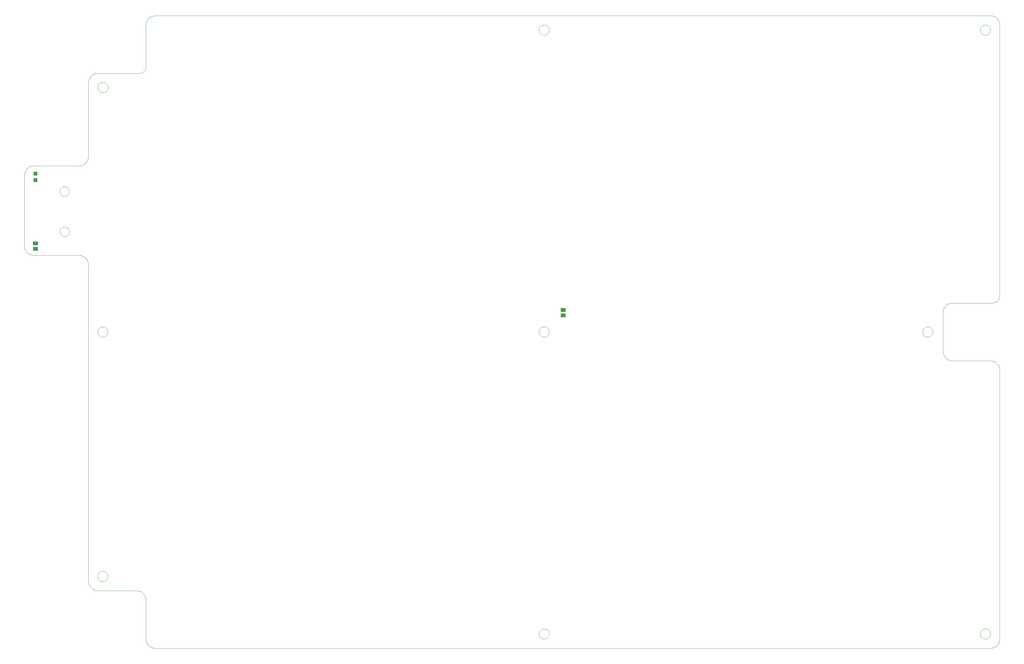
<source format=gbp>
G75*
%MOIN*%
%OFA0B0*%
%FSLAX24Y24*%
%IPPOS*%
%LPD*%
%AMOC8*
5,1,8,0,0,1.08239X$1,22.5*
%
%ADD10C,0.0000*%
%ADD11R,0.0472X0.0472*%
%ADD12R,0.0591X0.0512*%
D10*
X012470Y011579D02*
X017193Y011579D01*
X017193Y011578D02*
X017259Y011576D01*
X017325Y011571D01*
X017391Y011561D01*
X017456Y011548D01*
X017520Y011532D01*
X017583Y011512D01*
X017645Y011488D01*
X017705Y011461D01*
X017764Y011431D01*
X017821Y011397D01*
X017876Y011360D01*
X017929Y011320D01*
X017980Y011278D01*
X018028Y011232D01*
X018074Y011184D01*
X018116Y011133D01*
X018156Y011080D01*
X018193Y011025D01*
X018227Y010968D01*
X018257Y010909D01*
X018284Y010849D01*
X018308Y010787D01*
X018328Y010724D01*
X018344Y010660D01*
X018357Y010595D01*
X018367Y010529D01*
X018372Y010463D01*
X018374Y010397D01*
X018374Y005674D01*
X018375Y005674D02*
X018377Y005608D01*
X018382Y005542D01*
X018392Y005476D01*
X018405Y005411D01*
X018421Y005347D01*
X018441Y005284D01*
X018465Y005222D01*
X018492Y005162D01*
X018522Y005103D01*
X018556Y005046D01*
X018593Y004991D01*
X018633Y004938D01*
X018675Y004887D01*
X018721Y004839D01*
X018769Y004793D01*
X018820Y004751D01*
X018873Y004711D01*
X018928Y004674D01*
X018985Y004640D01*
X019044Y004610D01*
X019104Y004583D01*
X019166Y004559D01*
X019229Y004539D01*
X019293Y004523D01*
X019358Y004510D01*
X019424Y004500D01*
X019490Y004495D01*
X019556Y004493D01*
X122312Y004493D01*
X122378Y004495D01*
X122444Y004500D01*
X122510Y004510D01*
X122575Y004523D01*
X122639Y004539D01*
X122702Y004559D01*
X122764Y004583D01*
X122824Y004610D01*
X122883Y004640D01*
X122940Y004674D01*
X122995Y004711D01*
X123048Y004751D01*
X123099Y004793D01*
X123147Y004839D01*
X123193Y004887D01*
X123235Y004938D01*
X123275Y004991D01*
X123312Y005046D01*
X123346Y005103D01*
X123376Y005162D01*
X123403Y005222D01*
X123427Y005284D01*
X123447Y005347D01*
X123463Y005411D01*
X123476Y005476D01*
X123486Y005542D01*
X123491Y005608D01*
X123493Y005674D01*
X123493Y038745D01*
X123491Y038811D01*
X123486Y038877D01*
X123476Y038943D01*
X123463Y039008D01*
X123447Y039072D01*
X123427Y039135D01*
X123403Y039197D01*
X123376Y039257D01*
X123346Y039316D01*
X123312Y039373D01*
X123275Y039428D01*
X123235Y039481D01*
X123193Y039532D01*
X123147Y039580D01*
X123099Y039626D01*
X123048Y039668D01*
X122995Y039708D01*
X122940Y039745D01*
X122883Y039779D01*
X122824Y039809D01*
X122764Y039836D01*
X122702Y039860D01*
X122639Y039880D01*
X122575Y039896D01*
X122510Y039909D01*
X122444Y039919D01*
X122378Y039924D01*
X122312Y039926D01*
X117588Y039926D01*
X117523Y039931D01*
X117458Y039940D01*
X117394Y039953D01*
X117331Y039970D01*
X117269Y039990D01*
X117208Y040014D01*
X117149Y040041D01*
X117091Y040072D01*
X117035Y040106D01*
X116982Y040143D01*
X116930Y040183D01*
X116881Y040227D01*
X116835Y040273D01*
X116791Y040321D01*
X116750Y040372D01*
X116713Y040425D01*
X116678Y040481D01*
X116647Y040538D01*
X116619Y040597D01*
X116595Y040658D01*
X116574Y040720D01*
X116557Y040783D01*
X116543Y040847D01*
X116533Y040911D01*
X116527Y040976D01*
X116525Y041042D01*
X116527Y041107D01*
X116527Y045832D01*
X116525Y045897D01*
X116527Y045963D01*
X116533Y046028D01*
X116543Y046092D01*
X116557Y046156D01*
X116574Y046219D01*
X116595Y046281D01*
X116619Y046342D01*
X116647Y046401D01*
X116678Y046458D01*
X116713Y046514D01*
X116750Y046567D01*
X116791Y046618D01*
X116835Y046666D01*
X116881Y046712D01*
X116930Y046756D01*
X116982Y046796D01*
X117035Y046833D01*
X117091Y046867D01*
X117149Y046898D01*
X117208Y046925D01*
X117269Y046949D01*
X117331Y046969D01*
X117394Y046986D01*
X117458Y046999D01*
X117523Y047008D01*
X117588Y047013D01*
X122509Y047013D01*
X122571Y047015D01*
X122632Y047021D01*
X122693Y047030D01*
X122754Y047044D01*
X122813Y047061D01*
X122871Y047082D01*
X122928Y047107D01*
X122983Y047135D01*
X123036Y047166D01*
X123087Y047201D01*
X123136Y047239D01*
X123183Y047280D01*
X123226Y047323D01*
X123267Y047370D01*
X123305Y047419D01*
X123340Y047470D01*
X123371Y047523D01*
X123399Y047578D01*
X123424Y047635D01*
X123445Y047693D01*
X123462Y047752D01*
X123476Y047813D01*
X123485Y047874D01*
X123491Y047935D01*
X123493Y047997D01*
X123490Y047879D02*
X123490Y081263D01*
X123493Y081265D02*
X123491Y081331D01*
X123486Y081397D01*
X123476Y081463D01*
X123463Y081528D01*
X123447Y081592D01*
X123427Y081655D01*
X123403Y081717D01*
X123376Y081777D01*
X123346Y081836D01*
X123312Y081893D01*
X123275Y081948D01*
X123235Y082001D01*
X123193Y082052D01*
X123147Y082100D01*
X123099Y082146D01*
X123048Y082188D01*
X122995Y082228D01*
X122940Y082265D01*
X122883Y082299D01*
X122824Y082329D01*
X122764Y082356D01*
X122702Y082380D01*
X122639Y082400D01*
X122575Y082416D01*
X122510Y082429D01*
X122444Y082439D01*
X122378Y082444D01*
X122312Y082446D01*
X019556Y082446D01*
X019555Y082444D02*
X019489Y082442D01*
X019423Y082437D01*
X019357Y082427D01*
X019292Y082414D01*
X019228Y082398D01*
X019165Y082378D01*
X019103Y082354D01*
X019043Y082327D01*
X018984Y082297D01*
X018927Y082263D01*
X018872Y082226D01*
X018819Y082186D01*
X018768Y082144D01*
X018720Y082098D01*
X018674Y082050D01*
X018632Y081999D01*
X018592Y081946D01*
X018555Y081891D01*
X018521Y081834D01*
X018491Y081775D01*
X018464Y081715D01*
X018440Y081653D01*
X018420Y081590D01*
X018404Y081526D01*
X018391Y081461D01*
X018381Y081395D01*
X018376Y081329D01*
X018374Y081263D01*
X018374Y076579D01*
X018375Y076737D02*
X018375Y076147D01*
X018373Y076093D01*
X018368Y076040D01*
X018359Y075987D01*
X018346Y075935D01*
X018330Y075883D01*
X018310Y075833D01*
X018287Y075785D01*
X018260Y075738D01*
X018231Y075693D01*
X018198Y075650D01*
X018163Y075610D01*
X018125Y075572D01*
X018085Y075537D01*
X018042Y075504D01*
X017997Y075475D01*
X017950Y075448D01*
X017902Y075425D01*
X017852Y075405D01*
X017800Y075389D01*
X017748Y075376D01*
X017695Y075367D01*
X017642Y075362D01*
X017588Y075360D01*
X017588Y075359D02*
X012470Y075359D01*
X012404Y075357D01*
X012338Y075352D01*
X012272Y075342D01*
X012207Y075329D01*
X012143Y075313D01*
X012080Y075293D01*
X012018Y075269D01*
X011958Y075242D01*
X011899Y075212D01*
X011842Y075178D01*
X011787Y075141D01*
X011734Y075101D01*
X011683Y075059D01*
X011635Y075013D01*
X011589Y074965D01*
X011547Y074914D01*
X011507Y074861D01*
X011470Y074806D01*
X011436Y074749D01*
X011406Y074690D01*
X011379Y074630D01*
X011355Y074568D01*
X011335Y074505D01*
X011319Y074441D01*
X011306Y074376D01*
X011296Y074310D01*
X011291Y074244D01*
X011289Y074178D01*
X011289Y065123D01*
X011288Y065123D02*
X011286Y065057D01*
X011281Y064991D01*
X011271Y064925D01*
X011258Y064860D01*
X011242Y064796D01*
X011222Y064733D01*
X011198Y064671D01*
X011171Y064611D01*
X011141Y064552D01*
X011107Y064495D01*
X011070Y064440D01*
X011030Y064387D01*
X010988Y064336D01*
X010942Y064288D01*
X010894Y064242D01*
X010843Y064200D01*
X010790Y064160D01*
X010735Y064123D01*
X010678Y064089D01*
X010619Y064059D01*
X010559Y064032D01*
X010497Y064008D01*
X010434Y063988D01*
X010370Y063972D01*
X010305Y063959D01*
X010239Y063949D01*
X010173Y063944D01*
X010107Y063942D01*
X004596Y063942D01*
X004530Y063940D01*
X004464Y063935D01*
X004398Y063925D01*
X004333Y063912D01*
X004269Y063896D01*
X004206Y063876D01*
X004144Y063852D01*
X004084Y063825D01*
X004025Y063795D01*
X003968Y063761D01*
X003913Y063724D01*
X003860Y063684D01*
X003809Y063642D01*
X003761Y063596D01*
X003715Y063548D01*
X003673Y063497D01*
X003633Y063444D01*
X003596Y063389D01*
X003562Y063332D01*
X003532Y063273D01*
X003505Y063213D01*
X003481Y063151D01*
X003461Y063088D01*
X003445Y063024D01*
X003432Y062959D01*
X003422Y062893D01*
X003417Y062827D01*
X003415Y062761D01*
X003415Y054100D01*
X003417Y054034D01*
X003422Y053968D01*
X003432Y053902D01*
X003445Y053837D01*
X003461Y053773D01*
X003481Y053710D01*
X003505Y053648D01*
X003532Y053588D01*
X003562Y053529D01*
X003596Y053472D01*
X003633Y053417D01*
X003673Y053364D01*
X003715Y053313D01*
X003761Y053265D01*
X003809Y053219D01*
X003860Y053177D01*
X003913Y053137D01*
X003968Y053100D01*
X004025Y053066D01*
X004084Y053036D01*
X004144Y053009D01*
X004206Y052985D01*
X004269Y052965D01*
X004333Y052949D01*
X004398Y052936D01*
X004464Y052926D01*
X004530Y052921D01*
X004596Y052919D01*
X010107Y052919D01*
X010107Y052918D02*
X010173Y052916D01*
X010239Y052911D01*
X010305Y052901D01*
X010370Y052888D01*
X010434Y052872D01*
X010497Y052852D01*
X010559Y052828D01*
X010619Y052801D01*
X010678Y052771D01*
X010735Y052737D01*
X010790Y052700D01*
X010843Y052660D01*
X010894Y052618D01*
X010942Y052572D01*
X010988Y052524D01*
X011030Y052473D01*
X011070Y052420D01*
X011107Y052365D01*
X011141Y052308D01*
X011171Y052249D01*
X011198Y052189D01*
X011222Y052127D01*
X011242Y052064D01*
X011258Y052000D01*
X011271Y051935D01*
X011281Y051869D01*
X011286Y051803D01*
X011288Y051737D01*
X011289Y051737D02*
X011289Y012760D01*
X011291Y012694D01*
X011296Y012628D01*
X011306Y012562D01*
X011319Y012497D01*
X011335Y012433D01*
X011355Y012370D01*
X011379Y012308D01*
X011406Y012248D01*
X011436Y012189D01*
X011470Y012132D01*
X011507Y012077D01*
X011547Y012024D01*
X011589Y011973D01*
X011635Y011925D01*
X011683Y011879D01*
X011734Y011837D01*
X011787Y011797D01*
X011842Y011760D01*
X011899Y011726D01*
X011958Y011696D01*
X012018Y011669D01*
X012080Y011645D01*
X012143Y011625D01*
X012207Y011609D01*
X012272Y011596D01*
X012338Y011586D01*
X012404Y011581D01*
X012470Y011579D01*
X012430Y013352D02*
X012432Y013402D01*
X012438Y013452D01*
X012448Y013501D01*
X012462Y013549D01*
X012479Y013596D01*
X012500Y013641D01*
X012525Y013685D01*
X012553Y013726D01*
X012585Y013765D01*
X012619Y013802D01*
X012656Y013836D01*
X012696Y013866D01*
X012738Y013893D01*
X012782Y013917D01*
X012828Y013938D01*
X012875Y013954D01*
X012923Y013967D01*
X012973Y013976D01*
X013022Y013981D01*
X013073Y013982D01*
X013123Y013979D01*
X013172Y013972D01*
X013221Y013961D01*
X013269Y013946D01*
X013315Y013928D01*
X013360Y013906D01*
X013403Y013880D01*
X013444Y013851D01*
X013483Y013819D01*
X013519Y013784D01*
X013551Y013746D01*
X013581Y013706D01*
X013608Y013663D01*
X013631Y013619D01*
X013650Y013573D01*
X013666Y013525D01*
X013678Y013476D01*
X013686Y013427D01*
X013690Y013377D01*
X013690Y013327D01*
X013686Y013277D01*
X013678Y013228D01*
X013666Y013179D01*
X013650Y013131D01*
X013631Y013085D01*
X013608Y013041D01*
X013581Y012998D01*
X013551Y012958D01*
X013519Y012920D01*
X013483Y012885D01*
X013444Y012853D01*
X013403Y012824D01*
X013360Y012798D01*
X013315Y012776D01*
X013269Y012758D01*
X013221Y012743D01*
X013172Y012732D01*
X013123Y012725D01*
X013073Y012722D01*
X013022Y012723D01*
X012973Y012728D01*
X012923Y012737D01*
X012875Y012750D01*
X012828Y012766D01*
X012782Y012787D01*
X012738Y012811D01*
X012696Y012838D01*
X012656Y012868D01*
X012619Y012902D01*
X012585Y012939D01*
X012553Y012978D01*
X012525Y013019D01*
X012500Y013063D01*
X012479Y013108D01*
X012462Y013155D01*
X012448Y013203D01*
X012438Y013252D01*
X012432Y013302D01*
X012430Y013352D01*
X012430Y043470D02*
X012432Y043520D01*
X012438Y043570D01*
X012448Y043619D01*
X012462Y043667D01*
X012479Y043714D01*
X012500Y043759D01*
X012525Y043803D01*
X012553Y043844D01*
X012585Y043883D01*
X012619Y043920D01*
X012656Y043954D01*
X012696Y043984D01*
X012738Y044011D01*
X012782Y044035D01*
X012828Y044056D01*
X012875Y044072D01*
X012923Y044085D01*
X012973Y044094D01*
X013022Y044099D01*
X013073Y044100D01*
X013123Y044097D01*
X013172Y044090D01*
X013221Y044079D01*
X013269Y044064D01*
X013315Y044046D01*
X013360Y044024D01*
X013403Y043998D01*
X013444Y043969D01*
X013483Y043937D01*
X013519Y043902D01*
X013551Y043864D01*
X013581Y043824D01*
X013608Y043781D01*
X013631Y043737D01*
X013650Y043691D01*
X013666Y043643D01*
X013678Y043594D01*
X013686Y043545D01*
X013690Y043495D01*
X013690Y043445D01*
X013686Y043395D01*
X013678Y043346D01*
X013666Y043297D01*
X013650Y043249D01*
X013631Y043203D01*
X013608Y043159D01*
X013581Y043116D01*
X013551Y043076D01*
X013519Y043038D01*
X013483Y043003D01*
X013444Y042971D01*
X013403Y042942D01*
X013360Y042916D01*
X013315Y042894D01*
X013269Y042876D01*
X013221Y042861D01*
X013172Y042850D01*
X013123Y042843D01*
X013073Y042840D01*
X013022Y042841D01*
X012973Y042846D01*
X012923Y042855D01*
X012875Y042868D01*
X012828Y042884D01*
X012782Y042905D01*
X012738Y042929D01*
X012696Y042956D01*
X012656Y042986D01*
X012619Y043020D01*
X012585Y043057D01*
X012553Y043096D01*
X012525Y043137D01*
X012500Y043181D01*
X012479Y043226D01*
X012462Y043273D01*
X012448Y043321D01*
X012438Y043370D01*
X012432Y043420D01*
X012430Y043470D01*
X007784Y055820D02*
X007786Y055868D01*
X007792Y055916D01*
X007802Y055963D01*
X007815Y056009D01*
X007833Y056054D01*
X007853Y056098D01*
X007878Y056140D01*
X007906Y056179D01*
X007936Y056216D01*
X007970Y056250D01*
X008007Y056282D01*
X008045Y056311D01*
X008086Y056336D01*
X008129Y056358D01*
X008174Y056376D01*
X008220Y056390D01*
X008267Y056401D01*
X008315Y056408D01*
X008363Y056411D01*
X008411Y056410D01*
X008459Y056405D01*
X008507Y056396D01*
X008553Y056384D01*
X008598Y056367D01*
X008642Y056347D01*
X008684Y056324D01*
X008724Y056297D01*
X008762Y056267D01*
X008797Y056234D01*
X008829Y056198D01*
X008859Y056160D01*
X008885Y056119D01*
X008907Y056076D01*
X008927Y056032D01*
X008942Y055987D01*
X008954Y055940D01*
X008962Y055892D01*
X008966Y055844D01*
X008966Y055796D01*
X008962Y055748D01*
X008954Y055700D01*
X008942Y055653D01*
X008927Y055608D01*
X008907Y055564D01*
X008885Y055521D01*
X008859Y055480D01*
X008829Y055442D01*
X008797Y055406D01*
X008762Y055373D01*
X008724Y055343D01*
X008684Y055316D01*
X008642Y055293D01*
X008598Y055273D01*
X008553Y055256D01*
X008507Y055244D01*
X008459Y055235D01*
X008411Y055230D01*
X008363Y055229D01*
X008315Y055232D01*
X008267Y055239D01*
X008220Y055250D01*
X008174Y055264D01*
X008129Y055282D01*
X008086Y055304D01*
X008045Y055329D01*
X008007Y055358D01*
X007970Y055390D01*
X007936Y055424D01*
X007906Y055461D01*
X007878Y055500D01*
X007853Y055542D01*
X007833Y055586D01*
X007815Y055631D01*
X007802Y055677D01*
X007792Y055724D01*
X007786Y055772D01*
X007784Y055820D01*
X007784Y060781D02*
X007786Y060829D01*
X007792Y060877D01*
X007802Y060924D01*
X007815Y060970D01*
X007833Y061015D01*
X007853Y061059D01*
X007878Y061101D01*
X007906Y061140D01*
X007936Y061177D01*
X007970Y061211D01*
X008007Y061243D01*
X008045Y061272D01*
X008086Y061297D01*
X008129Y061319D01*
X008174Y061337D01*
X008220Y061351D01*
X008267Y061362D01*
X008315Y061369D01*
X008363Y061372D01*
X008411Y061371D01*
X008459Y061366D01*
X008507Y061357D01*
X008553Y061345D01*
X008598Y061328D01*
X008642Y061308D01*
X008684Y061285D01*
X008724Y061258D01*
X008762Y061228D01*
X008797Y061195D01*
X008829Y061159D01*
X008859Y061121D01*
X008885Y061080D01*
X008907Y061037D01*
X008927Y060993D01*
X008942Y060948D01*
X008954Y060901D01*
X008962Y060853D01*
X008966Y060805D01*
X008966Y060757D01*
X008962Y060709D01*
X008954Y060661D01*
X008942Y060614D01*
X008927Y060569D01*
X008907Y060525D01*
X008885Y060482D01*
X008859Y060441D01*
X008829Y060403D01*
X008797Y060367D01*
X008762Y060334D01*
X008724Y060304D01*
X008684Y060277D01*
X008642Y060254D01*
X008598Y060234D01*
X008553Y060217D01*
X008507Y060205D01*
X008459Y060196D01*
X008411Y060191D01*
X008363Y060190D01*
X008315Y060193D01*
X008267Y060200D01*
X008220Y060211D01*
X008174Y060225D01*
X008129Y060243D01*
X008086Y060265D01*
X008045Y060290D01*
X008007Y060319D01*
X007970Y060351D01*
X007936Y060385D01*
X007906Y060422D01*
X007878Y060461D01*
X007853Y060503D01*
X007833Y060547D01*
X007815Y060592D01*
X007802Y060638D01*
X007792Y060685D01*
X007786Y060733D01*
X007784Y060781D01*
X012458Y073593D02*
X012460Y073643D01*
X012466Y073693D01*
X012476Y073742D01*
X012490Y073790D01*
X012507Y073837D01*
X012528Y073882D01*
X012553Y073926D01*
X012581Y073967D01*
X012613Y074006D01*
X012647Y074043D01*
X012684Y074077D01*
X012724Y074107D01*
X012766Y074134D01*
X012810Y074158D01*
X012856Y074179D01*
X012903Y074195D01*
X012951Y074208D01*
X013001Y074217D01*
X013050Y074222D01*
X013101Y074223D01*
X013151Y074220D01*
X013200Y074213D01*
X013249Y074202D01*
X013297Y074187D01*
X013343Y074169D01*
X013388Y074147D01*
X013431Y074121D01*
X013472Y074092D01*
X013511Y074060D01*
X013547Y074025D01*
X013579Y073987D01*
X013609Y073947D01*
X013636Y073904D01*
X013659Y073860D01*
X013678Y073814D01*
X013694Y073766D01*
X013706Y073717D01*
X013714Y073668D01*
X013718Y073618D01*
X013718Y073568D01*
X013714Y073518D01*
X013706Y073469D01*
X013694Y073420D01*
X013678Y073372D01*
X013659Y073326D01*
X013636Y073282D01*
X013609Y073239D01*
X013579Y073199D01*
X013547Y073161D01*
X013511Y073126D01*
X013472Y073094D01*
X013431Y073065D01*
X013388Y073039D01*
X013343Y073017D01*
X013297Y072999D01*
X013249Y072984D01*
X013200Y072973D01*
X013151Y072966D01*
X013101Y072963D01*
X013050Y072964D01*
X013001Y072969D01*
X012951Y072978D01*
X012903Y072991D01*
X012856Y073007D01*
X012810Y073028D01*
X012766Y073052D01*
X012724Y073079D01*
X012684Y073109D01*
X012647Y073143D01*
X012613Y073180D01*
X012581Y073219D01*
X012553Y073260D01*
X012528Y073304D01*
X012507Y073349D01*
X012490Y073396D01*
X012476Y073444D01*
X012466Y073493D01*
X012460Y073543D01*
X012458Y073593D01*
X066761Y080674D02*
X066763Y080724D01*
X066769Y080774D01*
X066779Y080823D01*
X066793Y080871D01*
X066810Y080918D01*
X066831Y080963D01*
X066856Y081007D01*
X066884Y081048D01*
X066916Y081087D01*
X066950Y081124D01*
X066987Y081158D01*
X067027Y081188D01*
X067069Y081215D01*
X067113Y081239D01*
X067159Y081260D01*
X067206Y081276D01*
X067254Y081289D01*
X067304Y081298D01*
X067353Y081303D01*
X067404Y081304D01*
X067454Y081301D01*
X067503Y081294D01*
X067552Y081283D01*
X067600Y081268D01*
X067646Y081250D01*
X067691Y081228D01*
X067734Y081202D01*
X067775Y081173D01*
X067814Y081141D01*
X067850Y081106D01*
X067882Y081068D01*
X067912Y081028D01*
X067939Y080985D01*
X067962Y080941D01*
X067981Y080895D01*
X067997Y080847D01*
X068009Y080798D01*
X068017Y080749D01*
X068021Y080699D01*
X068021Y080649D01*
X068017Y080599D01*
X068009Y080550D01*
X067997Y080501D01*
X067981Y080453D01*
X067962Y080407D01*
X067939Y080363D01*
X067912Y080320D01*
X067882Y080280D01*
X067850Y080242D01*
X067814Y080207D01*
X067775Y080175D01*
X067734Y080146D01*
X067691Y080120D01*
X067646Y080098D01*
X067600Y080080D01*
X067552Y080065D01*
X067503Y080054D01*
X067454Y080047D01*
X067404Y080044D01*
X067353Y080045D01*
X067304Y080050D01*
X067254Y080059D01*
X067206Y080072D01*
X067159Y080088D01*
X067113Y080109D01*
X067069Y080133D01*
X067027Y080160D01*
X066987Y080190D01*
X066950Y080224D01*
X066916Y080261D01*
X066884Y080300D01*
X066856Y080341D01*
X066831Y080385D01*
X066810Y080430D01*
X066793Y080477D01*
X066779Y080525D01*
X066769Y080574D01*
X066763Y080624D01*
X066761Y080674D01*
X066761Y043470D02*
X066763Y043520D01*
X066769Y043570D01*
X066779Y043619D01*
X066793Y043667D01*
X066810Y043714D01*
X066831Y043759D01*
X066856Y043803D01*
X066884Y043844D01*
X066916Y043883D01*
X066950Y043920D01*
X066987Y043954D01*
X067027Y043984D01*
X067069Y044011D01*
X067113Y044035D01*
X067159Y044056D01*
X067206Y044072D01*
X067254Y044085D01*
X067304Y044094D01*
X067353Y044099D01*
X067404Y044100D01*
X067454Y044097D01*
X067503Y044090D01*
X067552Y044079D01*
X067600Y044064D01*
X067646Y044046D01*
X067691Y044024D01*
X067734Y043998D01*
X067775Y043969D01*
X067814Y043937D01*
X067850Y043902D01*
X067882Y043864D01*
X067912Y043824D01*
X067939Y043781D01*
X067962Y043737D01*
X067981Y043691D01*
X067997Y043643D01*
X068009Y043594D01*
X068017Y043545D01*
X068021Y043495D01*
X068021Y043445D01*
X068017Y043395D01*
X068009Y043346D01*
X067997Y043297D01*
X067981Y043249D01*
X067962Y043203D01*
X067939Y043159D01*
X067912Y043116D01*
X067882Y043076D01*
X067850Y043038D01*
X067814Y043003D01*
X067775Y042971D01*
X067734Y042942D01*
X067691Y042916D01*
X067646Y042894D01*
X067600Y042876D01*
X067552Y042861D01*
X067503Y042850D01*
X067454Y042843D01*
X067404Y042840D01*
X067353Y042841D01*
X067304Y042846D01*
X067254Y042855D01*
X067206Y042868D01*
X067159Y042884D01*
X067113Y042905D01*
X067069Y042929D01*
X067027Y042956D01*
X066987Y042986D01*
X066950Y043020D01*
X066916Y043057D01*
X066884Y043096D01*
X066856Y043137D01*
X066831Y043181D01*
X066810Y043226D01*
X066793Y043273D01*
X066779Y043321D01*
X066769Y043370D01*
X066763Y043420D01*
X066761Y043470D01*
X114005Y043470D02*
X114007Y043520D01*
X114013Y043570D01*
X114023Y043619D01*
X114037Y043667D01*
X114054Y043714D01*
X114075Y043759D01*
X114100Y043803D01*
X114128Y043844D01*
X114160Y043883D01*
X114194Y043920D01*
X114231Y043954D01*
X114271Y043984D01*
X114313Y044011D01*
X114357Y044035D01*
X114403Y044056D01*
X114450Y044072D01*
X114498Y044085D01*
X114548Y044094D01*
X114597Y044099D01*
X114648Y044100D01*
X114698Y044097D01*
X114747Y044090D01*
X114796Y044079D01*
X114844Y044064D01*
X114890Y044046D01*
X114935Y044024D01*
X114978Y043998D01*
X115019Y043969D01*
X115058Y043937D01*
X115094Y043902D01*
X115126Y043864D01*
X115156Y043824D01*
X115183Y043781D01*
X115206Y043737D01*
X115225Y043691D01*
X115241Y043643D01*
X115253Y043594D01*
X115261Y043545D01*
X115265Y043495D01*
X115265Y043445D01*
X115261Y043395D01*
X115253Y043346D01*
X115241Y043297D01*
X115225Y043249D01*
X115206Y043203D01*
X115183Y043159D01*
X115156Y043116D01*
X115126Y043076D01*
X115094Y043038D01*
X115058Y043003D01*
X115019Y042971D01*
X114978Y042942D01*
X114935Y042916D01*
X114890Y042894D01*
X114844Y042876D01*
X114796Y042861D01*
X114747Y042850D01*
X114698Y042843D01*
X114648Y042840D01*
X114597Y042841D01*
X114548Y042846D01*
X114498Y042855D01*
X114450Y042868D01*
X114403Y042884D01*
X114357Y042905D01*
X114313Y042929D01*
X114271Y042956D01*
X114231Y042986D01*
X114194Y043020D01*
X114160Y043057D01*
X114128Y043096D01*
X114100Y043137D01*
X114075Y043181D01*
X114054Y043226D01*
X114037Y043273D01*
X114023Y043321D01*
X114013Y043370D01*
X114007Y043420D01*
X114005Y043470D01*
X121092Y080674D02*
X121094Y080724D01*
X121100Y080774D01*
X121110Y080823D01*
X121124Y080871D01*
X121141Y080918D01*
X121162Y080963D01*
X121187Y081007D01*
X121215Y081048D01*
X121247Y081087D01*
X121281Y081124D01*
X121318Y081158D01*
X121358Y081188D01*
X121400Y081215D01*
X121444Y081239D01*
X121490Y081260D01*
X121537Y081276D01*
X121585Y081289D01*
X121635Y081298D01*
X121684Y081303D01*
X121735Y081304D01*
X121785Y081301D01*
X121834Y081294D01*
X121883Y081283D01*
X121931Y081268D01*
X121977Y081250D01*
X122022Y081228D01*
X122065Y081202D01*
X122106Y081173D01*
X122145Y081141D01*
X122181Y081106D01*
X122213Y081068D01*
X122243Y081028D01*
X122270Y080985D01*
X122293Y080941D01*
X122312Y080895D01*
X122328Y080847D01*
X122340Y080798D01*
X122348Y080749D01*
X122352Y080699D01*
X122352Y080649D01*
X122348Y080599D01*
X122340Y080550D01*
X122328Y080501D01*
X122312Y080453D01*
X122293Y080407D01*
X122270Y080363D01*
X122243Y080320D01*
X122213Y080280D01*
X122181Y080242D01*
X122145Y080207D01*
X122106Y080175D01*
X122065Y080146D01*
X122022Y080120D01*
X121977Y080098D01*
X121931Y080080D01*
X121883Y080065D01*
X121834Y080054D01*
X121785Y080047D01*
X121735Y080044D01*
X121684Y080045D01*
X121635Y080050D01*
X121585Y080059D01*
X121537Y080072D01*
X121490Y080088D01*
X121444Y080109D01*
X121400Y080133D01*
X121358Y080160D01*
X121318Y080190D01*
X121281Y080224D01*
X121247Y080261D01*
X121215Y080300D01*
X121187Y080341D01*
X121162Y080385D01*
X121141Y080430D01*
X121124Y080477D01*
X121110Y080525D01*
X121100Y080574D01*
X121094Y080624D01*
X121092Y080674D01*
X121092Y006265D02*
X121094Y006315D01*
X121100Y006365D01*
X121110Y006414D01*
X121124Y006462D01*
X121141Y006509D01*
X121162Y006554D01*
X121187Y006598D01*
X121215Y006639D01*
X121247Y006678D01*
X121281Y006715D01*
X121318Y006749D01*
X121358Y006779D01*
X121400Y006806D01*
X121444Y006830D01*
X121490Y006851D01*
X121537Y006867D01*
X121585Y006880D01*
X121635Y006889D01*
X121684Y006894D01*
X121735Y006895D01*
X121785Y006892D01*
X121834Y006885D01*
X121883Y006874D01*
X121931Y006859D01*
X121977Y006841D01*
X122022Y006819D01*
X122065Y006793D01*
X122106Y006764D01*
X122145Y006732D01*
X122181Y006697D01*
X122213Y006659D01*
X122243Y006619D01*
X122270Y006576D01*
X122293Y006532D01*
X122312Y006486D01*
X122328Y006438D01*
X122340Y006389D01*
X122348Y006340D01*
X122352Y006290D01*
X122352Y006240D01*
X122348Y006190D01*
X122340Y006141D01*
X122328Y006092D01*
X122312Y006044D01*
X122293Y005998D01*
X122270Y005954D01*
X122243Y005911D01*
X122213Y005871D01*
X122181Y005833D01*
X122145Y005798D01*
X122106Y005766D01*
X122065Y005737D01*
X122022Y005711D01*
X121977Y005689D01*
X121931Y005671D01*
X121883Y005656D01*
X121834Y005645D01*
X121785Y005638D01*
X121735Y005635D01*
X121684Y005636D01*
X121635Y005641D01*
X121585Y005650D01*
X121537Y005663D01*
X121490Y005679D01*
X121444Y005700D01*
X121400Y005724D01*
X121358Y005751D01*
X121318Y005781D01*
X121281Y005815D01*
X121247Y005852D01*
X121215Y005891D01*
X121187Y005932D01*
X121162Y005976D01*
X121141Y006021D01*
X121124Y006068D01*
X121110Y006116D01*
X121100Y006165D01*
X121094Y006215D01*
X121092Y006265D01*
X066761Y006265D02*
X066763Y006315D01*
X066769Y006365D01*
X066779Y006414D01*
X066793Y006462D01*
X066810Y006509D01*
X066831Y006554D01*
X066856Y006598D01*
X066884Y006639D01*
X066916Y006678D01*
X066950Y006715D01*
X066987Y006749D01*
X067027Y006779D01*
X067069Y006806D01*
X067113Y006830D01*
X067159Y006851D01*
X067206Y006867D01*
X067254Y006880D01*
X067304Y006889D01*
X067353Y006894D01*
X067404Y006895D01*
X067454Y006892D01*
X067503Y006885D01*
X067552Y006874D01*
X067600Y006859D01*
X067646Y006841D01*
X067691Y006819D01*
X067734Y006793D01*
X067775Y006764D01*
X067814Y006732D01*
X067850Y006697D01*
X067882Y006659D01*
X067912Y006619D01*
X067939Y006576D01*
X067962Y006532D01*
X067981Y006486D01*
X067997Y006438D01*
X068009Y006389D01*
X068017Y006340D01*
X068021Y006290D01*
X068021Y006240D01*
X068017Y006190D01*
X068009Y006141D01*
X067997Y006092D01*
X067981Y006044D01*
X067962Y005998D01*
X067939Y005954D01*
X067912Y005911D01*
X067882Y005871D01*
X067850Y005833D01*
X067814Y005798D01*
X067775Y005766D01*
X067734Y005737D01*
X067691Y005711D01*
X067646Y005689D01*
X067600Y005671D01*
X067552Y005656D01*
X067503Y005645D01*
X067454Y005638D01*
X067404Y005635D01*
X067353Y005636D01*
X067304Y005641D01*
X067254Y005650D01*
X067206Y005663D01*
X067159Y005679D01*
X067113Y005700D01*
X067069Y005724D01*
X067027Y005751D01*
X066987Y005781D01*
X066950Y005815D01*
X066916Y005852D01*
X066884Y005891D01*
X066856Y005932D01*
X066831Y005976D01*
X066810Y006021D01*
X066793Y006068D01*
X066779Y006116D01*
X066769Y006165D01*
X066763Y006215D01*
X066761Y006265D01*
D11*
X004792Y062162D03*
X004792Y062988D03*
D12*
X004792Y054381D03*
X004792Y053712D03*
X069755Y046182D03*
X069755Y045513D03*
M02*

</source>
